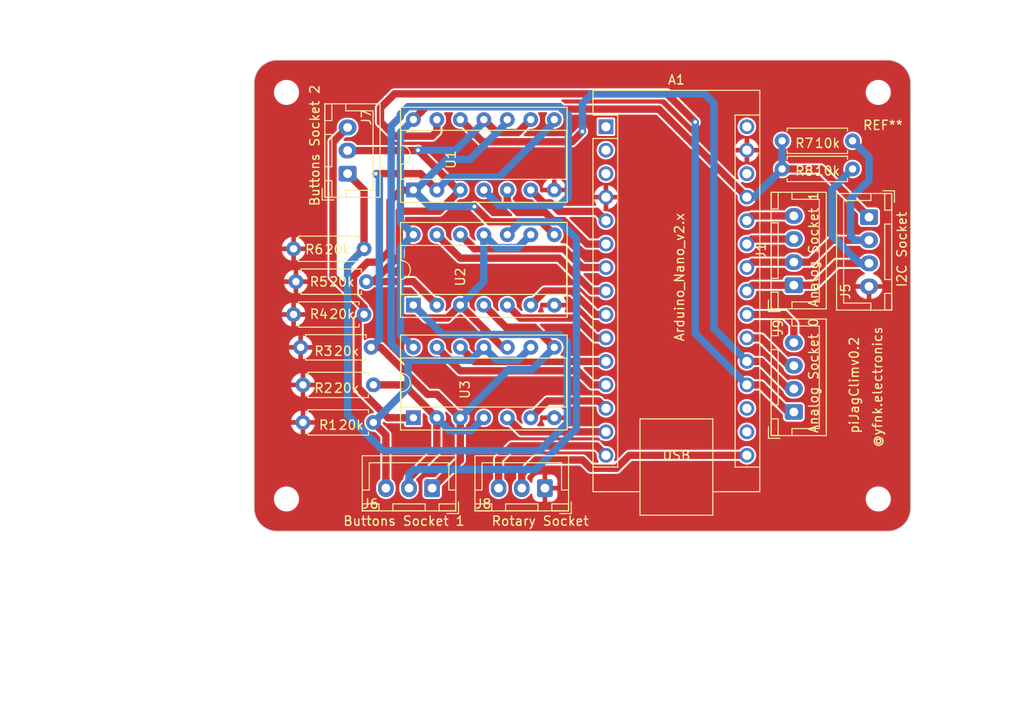
<source format=kicad_pcb>
(kicad_pcb (version 20221018) (generator pcbnew)
  (layers (0 "F.Cu" signal) (31 "B.Cu" signal) (34 "B.Paste" user) (35 "F.Paste" user) (36 "B.SilkS" user "B.Silkscreen") (37 "F.SilkS" user "F.Silkscreen") (38 "B.Mask" user) (39 "F.Mask" user) (44 "Edge.Cuts" user))
  (net 0 "")
  (net 1 "A")
  (net 2 "D")
  (net 4 "11")
  (net 5 "C")
  (net 6 "B")
  (net 7 "A'")
  (net 8 "D'")
  (net 9 "C'")
  (net 10 "B'")
  (net 11 "A''")
  (net 12 "D''")
  (net 13 "C''")
  (net 14 "B''")
  (net 15 "20")
  (net 16 "2")
  (net 21 "Net-(A1-A2)")
  (net 22 "Net-(A1-A3)")
  (net 23 "Net-(A1-A6)")
  (net 24 "Net-(A1-A7)")
  (net 27 "8")
  (net 28 "13")
  (net 29 "14")
  (net 30 "17")
  (net 31 "18")
  (net 32 "19")
  (net 33 "3")
  (net 34 "4")
  (net 35 "5")
  (footprint "Package_DIP:DIP-14_W7.62mm_Socket" (layer "F.Cu") (at 172.72 84.064 90)
    (fp_text reference "U1" (at 3.292 4.064 90) (layer "F.SilkS"))
    (fp_text value "~")
    (pad "1" thru_hole rect (at 0 0 90) (size 1.6 1.6) (drill 0.8) (layers "*.Cu" "*.Mask") (net 35 "5"))
    (pad "2" thru_hole oval (at 0 2.54 90) (size 1.6 1.6) (drill 0.8) (layers "*.Cu" "*.Mask") (net 30 "17"))
    (pad "3" thru_hole oval (at 0 5.08 90) (size 1.6 1.6) (drill 0.8) (layers "*.Cu" "*.Mask") (net 34 "4"))
    (pad "4" thru_hole oval (at 0 7.62 90) (size 1.6 1.6) (drill 0.8) (layers "*.Cu" "*.Mask") (net 32 "19"))
    (pad "5" thru_hole oval (at 0 10.16 90) (size 1.6 1.6) (drill 0.8) (layers "*.Cu" "*.Mask") (net 6 "B"))
    (pad "6" thru_hole oval (at 0 12.7 90) (size 1.6 1.6) (drill 0.8) (layers "*.Cu" "*.Mask") (net 5 "C"))
    (pad "7" thru_hole oval (at 0 15.24 90) (size 1.6 1.6) (drill 0.8) (layers "*.Cu" "*.Mask") (net 4 "11"))
    (pad "8" thru_hole oval (at 7.62 15.24 90) (size 1.6 1.6) (drill 0.8) (layers "*.Cu" "*.Mask") (net 30 "17"))
    (pad "9" thru_hole oval (at 7.62 12.7 90) (size 1.6 1.6) (drill 0.8) (layers "*.Cu" "*.Mask") (net 34 "4"))
    (pad "10" thru_hole oval (at 7.62 10.16 90) (size 1.6 1.6) (drill 0.8) (layers "*.Cu" "*.Mask") (net 35 "5"))
    (pad "11" thru_hole oval (at 7.62 7.62 90) (size 1.6 1.6) (drill 0.8) (layers "*.Cu" "*.Mask") (net 34 "4"))
    (pad "12" thru_hole oval (at 7.62 5.08 90) (size 1.6 1.6) (drill 0.8) (layers "*.Cu" "*.Mask") (net 2 "D"))
    (pad "13" thru_hole oval (at 7.62 2.54 90) (size 1.6 1.6) (drill 0.8) (layers "*.Cu" "*.Mask") (net 1 "A"))
    (pad "14" thru_hole oval (at 7.62 0 90) (size 1.6 1.6) (drill 0.8) (layers "*.Cu" "*.Mask") (net 29 "14"))
  )
  (footprint "Connector_JST:JST_XH_B4B-XH-A_1x04_P2.50mm_Vertical" (layer "F.Cu") (at 213.868 94.368 90)
    (fp_text reference "J1" (at 3.75 -3.55 90) (layer "F.SilkS"))
    (fp_text value "Analog Socket 1" (at 3.868 2.132 90) (layer "F.SilkS"))
    (pad "1" thru_hole roundrect (at 0 0 90) (size 1.7 1.95) (drill 0.95) (layers "*.Cu" "*.Mask") (roundrect_rratio 0.1470588235) (net 28 "13"))
    (pad "2" thru_hole oval (at 2.5 0 90) (size 1.7 1.95) (drill 0.95) (layers "*.Cu" "*.Mask") (net 27 "8"))
    (pad "3" thru_hole oval (at 5 0 90) (size 1.7 1.95) (drill 0.95) (layers "*.Cu" "*.Mask") (net 23 "Net-(A1-A6)"))
    (pad "4" thru_hole oval (at 7.5 0 90) (size 1.7 1.95) (drill 0.95) (layers "*.Cu" "*.Mask") (net 24 "Net-(A1-A7)"))
  )
  (footprint "Resistor_THT:R_Axial_DIN0207_L6.3mm_D2.5mm_P7.62mm_Horizontal" (layer "F.Cu") (at 168.148 101.092 180)
    (fp_text reference "R3" (at 5.148 -0.408) (layer "F.SilkS"))
    (fp_text value "20k" (at 2.648 -0.408) (layer "F.SilkS"))
    (pad "1" thru_hole circle (at 0 0 180) (size 1.6 1.6) (drill 0.8) (layers "*.Cu" "*.Mask") (net 30 "17"))
    (pad "2" thru_hole oval (at 7.62 0 180) (size 1.6 1.6) (drill 0.8) (layers "*.Cu" "*.Mask") (net 4 "11"))
  )
  (footprint "Resistor_THT:R_Axial_DIN0207_L6.3mm_D2.5mm_P7.62mm_Horizontal" (layer "F.Cu") (at 168.402 105.156 180)
    (fp_text reference "R2" (at 5.402 -0.344) (layer "F.SilkS"))
    (fp_text value "20k" (at 2.902 -0.344) (layer "F.SilkS"))
    (pad "1" thru_hole circle (at 0 0 180) (size 1.6 1.6) (drill 0.8) (layers "*.Cu" "*.Mask") (net 31 "18"))
    (pad "2" thru_hole oval (at 7.62 0 180) (size 1.6 1.6) (drill 0.8) (layers "*.Cu" "*.Mask") (net 4 "11"))
  )
  (footprint "Connector_JST:JST_XH_B3B-XH-A_1x03_P2.50mm_Vertical" (layer "F.Cu") (at 165.608 82.296 90)
    (fp_text reference "J7" (at 6.096 2.032 90) (layer "F.SilkS"))
    (fp_text value "Buttons Socket 2" (at 3.048 -3.556 90) (layer "F.SilkS"))
    (pad "1" thru_hole roundrect (at 0 0 90) (size 1.7 1.95) (drill 0.95) (layers "*.Cu" "*.Mask") (roundrect_rratio 0.1470588235) (net 33 "3"))
    (pad "2" thru_hole oval (at 2.5 0 90) (size 1.7 1.95) (drill 0.95) (layers "*.Cu" "*.Mask") (net 34 "4"))
    (pad "3" thru_hole oval (at 5 0 90) (size 1.7 1.95) (drill 0.95) (layers "*.Cu" "*.Mask") (net 35 "5"))
  )
  (footprint "Connector_JST:JST_XH_B4B-XH-A_1x04_P2.50mm_Vertical" (layer "F.Cu") (at 222 87 -90)
    (fp_text reference "J5" (at 8.048 2.54 90) (layer "F.SilkS"))
    (fp_text value "I2C Socket" (at 3.5 -3.556 90) (layer "F.SilkS"))
    (pad "1" thru_hole roundrect (at 0 0 270) (size 1.7 1.95) (drill 0.95) (layers "*.Cu" "*.Mask") (roundrect_rratio 0.1470588235) (net 29 "14"))
    (pad "2" thru_hole oval (at 2.5 0 270) (size 1.7 1.95) (drill 0.95) (layers "*.Cu" "*.Mask") (net 27 "8"))
    (pad "3" thru_hole oval (at 5 0 270) (size 1.7 1.95) (drill 0.95) (layers "*.Cu" "*.Mask") (net 28 "13"))
    (pad "4" thru_hole oval (at 7.5 0 270) (size 1.7 1.95) (drill 0.95) (layers "*.Cu" "*.Mask") (net 4 "11"))
  )
  (footprint "Resistor_THT:R_Axial_DIN0207_L6.3mm_D2.5mm_P7.62mm_Horizontal" (layer "F.Cu") (at 167.386 97.536 180)
    (fp_text reference "R4" (at 4.886 0.036) (layer "F.SilkS"))
    (fp_text value "20k" (at 2.386 0.036) (layer "F.SilkS"))
    (pad "1" thru_hole circle (at 0 0 180) (size 1.6 1.6) (drill 0.8) (layers "*.Cu" "*.Mask") (net 35 "5"))
    (pad "2" thru_hole oval (at 7.62 0 180) (size 1.6 1.6) (drill 0.8) (layers "*.Cu" "*.Mask") (net 4 "11"))
  )
  (footprint "Resistor_THT:R_Axial_DIN0207_L6.3mm_D2.5mm_P7.62mm_Horizontal" (layer "F.Cu") (at 212.598 78.74)
    (fp_text reference "R7" (at 2.402 0.26) (layer "F.SilkS"))
    (fp_text value "10k" (at 4.902 0.26) (layer "F.SilkS"))
    (pad "1" thru_hole circle (at 0 0) (size 1.6 1.6) (drill 0.8) (layers "*.Cu" "*.Mask") (net 29 "14"))
    (pad "2" thru_hole oval (at 7.62 0) (size 1.6 1.6) (drill 0.8) (layers "*.Cu" "*.Mask") (net 27 "8"))
  )
  (footprint "MountingHole:MountingHole_2.2mm_M2" (layer "F.Cu") (at 159 117.5)
    (fp_text reference "REF**" hide)
    (fp_text value "MountingHole_2.2mm_M2")
    (pad "" np_thru_hole circle (at 0 0) (size 2.2 2.2) (drill 2.2) (layers "*.Cu" "*.Mask"))
  )
  (footprint "Package_DIP:DIP-14_W7.62mm_Socket" (layer "F.Cu") (at 172.72 96.52 90)
    (fp_text reference "U2" (at 3.048 5.08 90) (layer "F.SilkS"))
    (fp_text value "~")
    (pad "1" thru_hole rect (at 0 0 90) (size 1.6 1.6) (drill 0.8) (layers "*.Cu" "*.Mask") (net 33 "3"))
    (pad "2" thru_hole oval (at 0 2.54 90) (size 1.6 1.6) (drill 0.8) (layers "*.Cu" "*.Mask") (net 34 "4"))
    (pad "3" thru_hole oval (at 0 5.08 90) (size 1.6 1.6) (drill 0.8) (layers "*.Cu" "*.Mask") (net 33 "3"))
    (pad "4" thru_hole oval (at 0 7.62 90) (size 1.6 1.6) (drill 0.8) (layers "*.Cu" "*.Mask") (net 30 "17"))
    (pad "5" thru_hole oval (at 0 10.16 90) (size 1.6 1.6) (drill 0.8) (layers "*.Cu" "*.Mask") (net 10 "B'"))
    (pad "6" thru_hole oval (at 0 12.7 90) (size 1.6 1.6) (drill 0.8) (layers "*.Cu" "*.Mask") (net 9 "C'"))
    (pad "7" thru_hole oval (at 0 15.24 90) (size 1.6 1.6) (drill 0.8) (layers "*.Cu" "*.Mask") (net 4 "11"))
    (pad "8" thru_hole oval (at 7.62 15.24 90) (size 1.6 1.6) (drill 0.8) (layers "*.Cu" "*.Mask") (net 35 "5"))
    (pad "9" thru_hole oval (at 7.62 12.7 90) (size 1.6 1.6) (drill 0.8) (layers "*.Cu" "*.Mask") (net 33 "3"))
    (pad "10" thru_hole oval (at 7.62 10.16 90) (size 1.6 1.6) (drill 0.8) (layers "*.Cu" "*.Mask") (net 31 "18"))
    (pad "11" thru_hole oval (at 7.62 7.62 90) (size 1.6 1.6) (drill 0.8) (layers "*.Cu" "*.Mask") (net 33 "3"))
    (pad "12" thru_hole oval (at 7.62 5.08 90) (size 1.6 1.6) (drill 0.8) (layers "*.Cu" "*.Mask") (net 8 "D'"))
    (pad "13" thru_hole oval (at 7.62 2.54 90) (size 1.6 1.6) (drill 0.8) (layers "*.Cu" "*.Mask") (net 7 "A'"))
    (pad "14" thru_hole oval (at 7.62 0 90) (size 1.6 1.6) (drill 0.8) (layers "*.Cu" "*.Mask") (net 29 "14"))
  )
  (footprint "MountingHole:MountingHole_2.2mm_M2" (layer "F.Cu") (at 159 73.5)
    (fp_text reference "REF**" hide)
    (fp_text value "MountingHole_2.2mm_M2")
    (pad "" np_thru_hole circle (at 0 0) (size 2.2 2.2) (drill 2.2) (layers "*.Cu" "*.Mask"))
  )
  (footprint "Connector_JST:JST_XH_B4B-XH-A_1x04_P2.50mm_Vertical" (layer "F.Cu") (at 213.868 108.084 90)
    (fp_text reference "J9" (at 9.15 -1.7 90) (layer "F.SilkS"))
    (fp_text value "Analog Socket 0" (at 3.944 2.132 90) (layer "F.SilkS"))
    (pad "1" thru_hole roundrect (at 0 0 90) (size 1.7 1.95) (drill 0.95) (layers "*.Cu" "*.Mask") (roundrect_rratio 0.1470588235) (net 1 "A"))
    (pad "2" thru_hole oval (at 2.5 0 90) (size 1.7 1.95) (drill 0.95) (layers "*.Cu" "*.Mask") (net 2 "D"))
    (pad "3" thru_hole oval (at 5 0 90) (size 1.7 1.95) (drill 0.95) (layers "*.Cu" "*.Mask") (net 21 "Net-(A1-A2)"))
    (pad "4" thru_hole oval (at 7.5 0 90) (size 1.7 1.95) (drill 0.95) (layers "*.Cu" "*.Mask") (net 22 "Net-(A1-A3)"))
  )
  (footprint "Module:Arduino_Nano" (layer "F.Cu") (at 193.548 77.216)
    (fp_text reference "A1" (at 7.62 -5.08) (layer "F.SilkS"))
    (fp_text value "Arduino_Nano_v2.x" (at 7.952 16.284 90) (layer "F.SilkS"))
    (fp_text user "USB" (at 7.62 35.56 unlocked) (layer "F.SilkS"))
    (pad "1" thru_hole rect (at 0 0) (size 1.6 1.6) (drill 1) (layers "*.Cu" "*.Mask"))
    (pad "2" thru_hole oval (at 0 2.54) (size 1.6 1.6) (drill 1) (layers "*.Cu" "*.Mask"))
    (pad "3" thru_hole oval (at 0 5.08) (size 1.6 1.6) (drill 1) (layers "*.Cu" "*.Mask"))
    (pad "4" thru_hole oval (at 0 7.62) (size 1.6 1.6) (drill 1) (layers "*.Cu" "*.Mask") (net 4 "11"))
    (pad "5" thru_hole oval (at 0 10.16) (size 1.6 1.6) (drill 1) (layers "*.Cu" "*.Mask") (net 5 "C"))
    (pad "6" thru_hole oval (at 0 12.7) (size 1.6 1.6) (drill 1) (layers "*.Cu" "*.Mask") (net 6 "B"))
    (pad "7" thru_hole oval (at 0 15.24) (size 1.6 1.6) (drill 1) (layers "*.Cu" "*.Mask") (net 8 "D'"))
    (pad "8" thru_hole oval (at 0 17.78) (size 1.6 1.6) (drill 1) (layers "*.Cu" "*.Mask") (net 7 "A'"))
    (pad "9" thru_hole oval (at 0 20.32) (size 1.6 1.6) (drill 1) (layers "*.Cu" "*.Mask") (net 9 "C'"))
    (pad "10" thru_hole oval (at 0 22.86) (size 1.6 1.6) (drill 1) (layers "*.Cu" "*.Mask") (net 10 "B'"))
    (pad "11" thru_hole oval (at 0 25.4) (size 1.6 1.6) (drill 1) (layers "*.Cu" "*.Mask") (net 12 "D''"))
    (pad "12" thru_hole oval (at 0 27.94) (size 1.6 1.6) (drill 1) (layers "*.Cu" "*.Mask") (net 11 "A''"))
    (pad "13" thru_hole oval (at 0 30.48) (size 1.6 1.6) (drill 1) (layers "*.Cu" "*.Mask") (net 13 "C''"))
    (pad "14" thru_hole oval (at 0 33.02) (size 1.6 1.6) (drill 1) (layers "*.Cu" "*.Mask") (net 14 "B''"))
    (pad "15" thru_hole oval (at 0 35.56) (size 1.6 1.6) (drill 1) (layers "*.Cu" "*.Mask") (net 15 "20"))
    (pad "16" thru_hole oval (at 15.24 35.56) (size 1.6 1.6) (drill 1) (layers "*.Cu" "*.Mask") (net 16 "2"))
    (pad "17" thru_hole oval (at 15.24 33.02) (size 1.6 1.6) (drill 1) (layers "*.Cu" "*.Mask"))
    (pad "18" thru_hole oval (at 15.24 30.48) (size 1.6 1.6) (drill 1) (layers "*.Cu" "*.Mask"))
    (pad "19" thru_hole oval (at 15.24 27.94) (size 1.6 1.6) (drill 1) (layers "*.Cu" "*.Mask") (net 1 "A"))
    (pad "20" thru_hole oval (at 15.24 25.4) (size 1.6 1.6) (drill 1) (layers "*.Cu" "*.Mask") (net 2 "D"))
    (pad "21" thru_hole oval (at 15.24 22.86) (size 1.6 1.6) (drill 1) (layers "*.Cu" "*.Mask") (net 21 "Net-(A1-A2)"))
    (pad "22" thru_hole oval (at 15.24 20.32) (size 1.6 1.6) (drill 1) (layers "*.Cu" "*.Mask") (net 22 "Net-(A1-A3)"))
    (pad "23" thru_hole oval (at 15.24 17.78) (size 1.6 1.6) (drill 1) (layers "*.Cu" "*.Mask") (net 28 "13"))
    (pad "24" thru_hole oval (at 15.24 15.24) (size 1.6 1.6) (drill 1) (layers "*.Cu" "*.Mask") (net 27 "8"))
    (pad "25" thru_hole oval (at 15.24 12.7) (size 1.6 1.6) (drill 1) (layers "*.Cu" "*.Mask") (net 23 "Net-(A1-A6)"))
    (pad "26" thru_hole oval (at 15.24 10.16) (size 1.6 1.6) (drill 1) (layers "*.Cu" "*.Mask") (net 24 "Net-(A1-A7)"))
    (pad "27" thru_hole oval (at 15.24 7.62) (size 1.6 1.6) (drill 1) (layers "*.Cu" "*.Mask") (net 29 "14"))
    (pad "28" thru_hole oval (at 15.24 5.08) (size 1.6 1.6) (drill 1) (layers "*.Cu" "*.Mask"))
    (pad "29" thru_hole oval (at 15.24 2.54) (size 1.6 1.6) (drill 1) (layers "*.Cu" "*.Mask") (net 4 "11"))
    (pad "30" thru_hole oval (at 15.24 0) (size 1.6 1.6) (drill 1) (layers "*.Cu" "*.Mask"))
  )
  (footprint "MountingHole:MountingHole_2.2mm_M2" (layer "F.Cu") (at 223 117.5)
    (fp_text reference "REF**" hide)
    (fp_text value "MountingHole_2.2mm_M2")
    (pad "" np_thru_hole circle (at 0 0) (size 2.2 2.2) (drill 2.2) (layers "*.Cu" "*.Mask"))
  )
  (footprint "Resistor_THT:R_Axial_DIN0207_L6.3mm_D2.5mm_P7.62mm_Horizontal" (layer "F.Cu") (at 167.386 90.424 180)
    (fp_text reference "R6" (at 5.386 -0.076) (layer "F.SilkS"))
    (fp_text value "20k" (at 2.886 -0.076) (layer "F.SilkS"))
    (pad "1" thru_hole circle (at 0 0 180) (size 1.6 1.6) (drill 0.8) (layers "*.Cu" "*.Mask") (net 33 "3"))
    (pad "2" thru_hole oval (at 7.62 0 180) (size 1.6 1.6) (drill 0.8) (layers "*.Cu" "*.Mask") (net 4 "11"))
  )
  (footprint "Resistor_THT:R_Axial_DIN0207_L6.3mm_D2.5mm_P7.62mm_Horizontal" (layer "F.Cu") (at 168.402 109.22 180)
    (fp_text reference "R1" (at 4.902 -0.28) (layer "F.SilkS"))
    (fp_text value "20k" (at 2.402 -0.28) (layer "F.SilkS"))
    (pad "1" thru_hole circle (at 0 0 180) (size 1.6 1.6) (drill 0.8) (layers "*.Cu" "*.Mask") (net 32 "19"))
    (pad "2" thru_hole oval (at 7.62 0 180) (size 1.6 1.6) (drill 0.8) (layers "*.Cu" "*.Mask") (net 4 "11"))
  )
  (footprint "Resistor_THT:R_Axial_DIN0207_L6.3mm_D2.5mm_P7.62mm_Horizontal" (layer "F.Cu") (at 167.64 93.98 180)
    (fp_text reference "R5" (at 5.14 -0.02) (layer "F.SilkS"))
    (fp_text value "20k" (at 2.64 -0.02) (layer "F.SilkS"))
    (pad "1" thru_hole circle (at 0 0 180) (size 1.6 1.6) (drill 0.8) (layers "*.Cu" "*.Mask") (net 34 "4"))
    (pad "2" thru_hole oval (at 7.62 0 180) (size 1.6 1.6) (drill 0.8) (layers "*.Cu" "*.Mask") (net 4 "11"))
  )
  (footprint "MountingHole:MountingHole_2.2mm_M2" (layer "F.Cu") (at 223 73.5)
    (fp_text reference "REF**" (at 0.508 3.556) (layer "F.SilkS"))
    (fp_text value "MountingHole_2.2mm_M2")
    (pad "" np_thru_hole circle (at 0 0) (size 2.2 2.2) (drill 2.2) (layers "*.Cu" "*.Mask"))
  )
  (footprint "Package_DIP:DIP-14_W7.62mm_Socket" (layer "F.Cu") (at 172.72 108.712 90)
    (fp_text reference "U3" (at 3.048 5.588 90) (layer "F.SilkS"))
    (fp_text value "~")
    (pad "1" thru_hole rect (at 0 0 90) (size 1.6 1.6) (drill 0.8) (layers "*.Cu" "*.Mask") (net 35 "5"))
    (pad "2" thru_hole oval (at 0 2.54 90) (size 1.6 1.6) (drill 0.8) (layers "*.Cu" "*.Mask") (net 31 "18"))
    (pad "3" thru_hole oval (at 0 5.08 90) (size 1.6 1.6) (drill 0.8) (layers "*.Cu" "*.Mask") (net 30 "17"))
    (pad "4" thru_hole oval (at 0 7.62 90) (size 1.6 1.6) (drill 0.8) (layers "*.Cu" "*.Mask") (net 31 "18"))
    (pad "5" thru_hole oval (at 0 10.16 90) (size 1.6 1.6) (drill 0.8) (layers "*.Cu" "*.Mask") (net 14 "B''"))
    (pad "6" thru_hole oval (at 0 12.7 90) (size 1.6 1.6) (drill 0.8) (layers "*.Cu" "*.Mask") (net 13 "C''"))
    (pad "7" thru_hole oval (at 0 15.24 90) (size 1.6 1.6) (drill 0.8) (layers "*.Cu" "*.Mask") (net 4 "11"))
    (pad "8" thru_hole oval (at 7.62 15.24 90) (size 1.6 1.6) (drill 0.8) (layers "*.Cu" "*.Mask") (net 30 "17"))
    (pad "9" thru_hole oval (at 7.62 12.7 90) (size 1.6 1.6) (drill 0.8) (layers "*.Cu" "*.Mask") (net 32 "19"))
    (pad "10" thru_hole oval (at 7.62 10.16 90) (size 1.6 1.6) (drill 0.8) (layers "*.Cu" "*.Mask") (net 33 "3"))
    (pad "11" thru_hole oval (at 7.62 7.62 90) (size 1.6 1.6) (drill 0.8) (layers "*.Cu" "*.Mask") (net 32 "19"))
    (pad "12" thru_hole oval (at 7.62 5.08 90) (size 1.6 1.6) (drill 0.8) (layers "*.Cu" "*.Mask") (net 12 "D''"))
    (pad "13" thru_hole oval (at 7.62 2.54 90) (size 1.6 1.6) (drill 0.8) (layers "*.Cu" "*.Mask") (net 11 "A''"))
    (pad "14" thru_hole oval (at 7.62 0 90) (size 1.6 1.6) (drill 0.8) (layers "*.Cu" "*.Mask") (net 29 "14"))
  )
  (footprint "Connector_JST:JST_XH_B3B-XH-A_1x03_P2.50mm_Vertical" (layer "F.Cu") (at 186.944 116.332 180)
    (fp_text reference "J8" (at 6.65 -1.7) (layer "F.SilkS"))
    (fp_text value "Rotary Socket" (at 0.508 -3.556) (layer "F.SilkS"))
    (pad "1" thru_hole roundrect (at 0 0 180) (size 1.7 1.95) (drill 0.95) (layers "*.Cu" "*.Mask") (roundrect_rratio 0.1470588235) (net 4 "11"))
    (pad "2" thru_hole oval (at 2.5 0 180) (size 1.7 1.95) (drill 0.95) (layers "*.Cu" "*.Mask") (net 16 "2"))
    (pad "3" thru_hole oval (at 5 0 180) (size 1.7 1.95) (drill 0.95) (layers "*.Cu" "*.Mask") (net 15 "20"))
  )
  (footprint "Resistor_THT:R_Axial_DIN0207_L6.3mm_D2.5mm_P7.62mm_Horizontal" (layer "F.Cu") (at 212.598 81.788)
    (fp_text reference "R8" (at 2.402 0.212) (layer "F.SilkS"))
    (fp_text value "10k" (at 4.902 0.212) (layer "F.SilkS"))
    (pad "1" thru_hole circle (at 0 0) (size 1.6 1.6) (drill 0.8) (layers "*.Cu" "*.Mask") (net 29 "14"))
    (pad "2" thru_hole oval (at 7.62 0) (size 1.6 1.6) (drill 0.8) (layers "*.Cu" "*.Mask") (net 28 "13"))
  )
  (footprint "Connector_JST:JST_XH_B3B-XH-A_1x03_P2.50mm_Vertical" (layer "F.Cu") (at 174.752 116.332 180)
    (fp_text reference "J6" (at 6.65 -1.7) (layer "F.SilkS"))
    (fp_text value "Buttons Socket 1" (at 3.048 -3.556) (layer "F.SilkS"))
    (pad "1" thru_hole roundrect (at 0 0 180) (size 1.7 1.95) (drill 0.95) (layers "*.Cu" "*.Mask") (roundrect_rratio 0.1470588235) (net 30 "17"))
    (pad "2" thru_hole oval (at 2.5 0 180) (size 1.7 1.95) (drill 0.95) (layers "*.Cu" "*.Mask") (net 31 "18"))
    (pad "3" thru_hole oval (at 5 0 180) (size 1.7 1.95) (drill 0.95) (layers "*.Cu" "*.Mask") (net 32 "19"))
  )
  (gr_arc (start 226.5 118.5) (mid 225.767767 120.267767) (end 224 121) (stroke (width 0.1)) (layer "Edge.Cuts"))
  (gr_line (start 158 70) (end 224 70) (stroke (width 0.1)) (layer "Edge.Cuts"))
  (gr_line (start 224 121) (end 158 121) (stroke (width 0.1)) (layer "Edge.Cuts"))
  (gr_line (start 155.5 118.5) (end 155.5 72.5) (stroke (width 0.1)) (layer "Edge.Cuts"))
  (gr_arc (start 158 121) (mid 156.232233 120.267767) (end 155.5 118.5) (stroke (width 0.1)) (layer "Edge.Cuts"))
  (gr_arc (start 224 70) (mid 225.767767 70.732233) (end 226.5 72.5) (stroke (width 0.1)) (layer "Edge.Cuts"))
  (gr_line (start 226.5 118.5) (end 226.5 72.5) (stroke (width 0.1)) (layer "Edge.Cuts"))
  (gr_arc (start 155.5 72.5) (mid 156.232233 70.732233) (end 158 70) (stroke (width 0.1)) (layer "Edge.Cuts"))
  (gr_text "@yfnk.electronics" (at 223.5 112 90) (layer "F.SilkS") (effects (font (size 1 1)) (justify left bottom)))
  (gr_text "piJagClimv0.2" (at 220.98 110.5 90) (layer "F.SilkS") (effects (font (size 1 1)) (justify left bottom)))
  (segment (start 174.752 78.232) (end 170.688 78.232) (width 0.8) (layer "F.Cu") (net 1))
  (segment (start 213.868 108.084) (end 213.24 108.084) (width 0.8) (layer "F.Cu") (net 1))
  (segment (start 169.164 75.184) (end 170.688 73.66) (width 0.8) (layer "F.Cu") (net 1))
  (segment (start 175.26 76.444) (end 175.26 77.724) (width 0.8) (layer "F.Cu") (net 1))
  (segment (start 200.152 73.66) (end 203.2 76.708) (width 0.8) (layer "F.Cu") (net 1))
  (segment (start 170.688 73.66) (end 200.152 73.66) (width 0.8) (layer "F.Cu") (net 1))
  (segment (start 175.26 77.724) (end 174.752 78.232) (width 0.8) (layer "F.Cu") (net 1))
  (segment (start 213.24 108.084) (end 210.312 105.156) (width 0.8) (layer "F.Cu") (net 1))
  (segment (start 169.164 76.708) (end 169.164 75.184) (width 0.8) (layer "F.Cu") (net 1))
  (segment (start 210.312 105.156) (end 208.788 105.156) (width 0.8) (layer "F.Cu") (net 1))
  (segment (start 170.688 78.232) (end 169.164 76.708) (width 0.8) (layer "F.Cu") (net 1))
  (via (at 203.2 76.708) (size 0.8) (drill 0.4) (layers "F.Cu" "B.Cu") (net 1))
  (segment (start 203.2 99.568) (end 208.788 105.156) (width 0.8) (layer "B.Cu") (net 1))
  (segment (start 203.2 76.708) (end 203.2 99.568) (width 0.8) (layer "B.Cu") (net 1))
  (segment (start 213.868 105.584) (end 213.28 105.584) (width 0.8) (layer "F.Cu") (net 2))
  (segment (start 189.888 78.844) (end 191.008 77.724) (width 0.8) (layer "F.Cu") (net 2))
  (segment (start 177.8 76.444) (end 180.2 78.844) (width 0.8) (layer "F.Cu") (net 2))
  (segment (start 213.28 105.584) (end 210.312 102.616) (width 0.8) (layer "F.Cu") (net 2))
  (segment (start 210.312 102.616) (end 208.788 102.616) (width 0.8) (layer "F.Cu") (net 2))
  (segment (start 180.2 78.844) (end 189.888 78.844) (width 0.8) (layer "F.Cu") (net 2))
  (via (at 191.008 77.724) (size 0.8) (drill 0.4) (layers "F.Cu" "B.Cu") (net 2))
  (segment (start 205.232 99.06) (end 208.788 102.616) (width 0.8) (layer "B.Cu") (net 2))
  (segment (start 205.232 74.676) (end 205.232 99.06) (width 0.8) (layer "B.Cu") (net 2))
  (segment (start 191.008 74.676) (end 192.024 73.66) (width 0.8) (layer "B.Cu") (net 2))
  (segment (start 192.024 73.66) (end 204.216 73.66) (width 0.8) (layer "B.Cu") (net 2))
  (segment (start 191.008 77.724) (end 191.008 74.676) (width 0.8) (layer "B.Cu") (net 2))
  (segment (start 204.216 73.66) (end 205.232 74.676) (width 0.8) (layer "B.Cu") (net 2))
  (segment (start 185.42 84.064) (end 186.82 85.464) (width 0.8) (layer "F.Cu") (net 5))
  (segment (start 192.548 86.376) (end 193.548 87.376) (width 0.8) (layer "F.Cu") (net 5))
  (segment (start 186.82 85.464) (end 187.572 85.464) (width 0.8) (layer "F.Cu") (net 5))
  (segment (start 188.484 86.376) (end 192.548 86.376) (width 0.8) (layer "F.Cu") (net 5))
  (segment (start 187.572 85.464) (end 188.484 86.376) (width 0.8) (layer "F.Cu") (net 5))
  (segment (start 193.548 89.916) (end 191.516 89.916) (width 0.8) (layer "F.Cu") (net 6))
  (segment (start 184.036 86.5) (end 182.88 85.344) (width 0.8) (layer "F.Cu") (net 6))
  (segment (start 182.88 85.344) (end 182.88 84.064) (width 0.8) (layer "F.Cu") (net 6))
  (segment (start 187.850214 87.376) (end 186.974214 86.5) (width 0.8) (layer "F.Cu") (net 6))
  (segment (start 191.516 89.916) (end 188.976 87.376) (width 0.8) (layer "F.Cu") (net 6))
  (segment (start 186.974214 86.5) (end 184.036 86.5) (width 0.8) (layer "F.Cu") (net 6))
  (segment (start 188.976 87.376) (end 187.850214 87.376) (width 0.8) (layer "F.Cu") (net 6))
  (segment (start 193.548 94.996) (end 192.024 94.996) (width 0.8) (layer "F.Cu") (net 7))
  (segment (start 188.468 91.44) (end 177.8 91.44) (width 0.8) (layer "F.Cu") (net 7))
  (segment (start 177.8 91.44) (end 175.26 88.9) (width 0.8) (layer "F.Cu") (net 7))
  (segment (start 192.024 94.996) (end 188.468 91.44) (width 0.8) (layer "F.Cu") (net 7))
  (segment (start 188.976 90.424) (end 179.324 90.424) (width 0.8) (layer "F.Cu") (net 8))
  (segment (start 191.008 92.456) (end 188.976 90.424) (width 0.8) (layer "F.Cu") (net 8))
  (segment (start 193.548 92.456) (end 191.008 92.456) (width 0.8) (layer "F.Cu") (net 8))
  (segment (start 179.324 90.424) (end 177.8 88.9) (width 0.8) (layer "F.Cu") (net 8))
  (segment (start 186.944 94.996) (end 185.42 96.52) (width 0.8) (layer "F.Cu") (net 9))
  (segment (start 193.548 97.536) (end 192.41663 97.536) (width 0.8) (layer "F.Cu") (net 9))
  (segment (start 189.87663 94.996) (end 186.944 94.996) (width 0.8) (layer "F.Cu") (net 9))
  (segment (start 192.41663 97.536) (end 189.87663 94.996) (width 0.8) (layer "F.Cu") (net 9))
  (segment (start 193.548 100.076) (end 192.41663 100.076) (width 0.8) (layer "F.Cu") (net 10))
  (segment (start 190.26063 97.92) (end 184.28 97.92) (width 0.8) (layer "F.Cu") (net 10))
  (segment (start 192.41663 100.076) (end 190.26063 97.92) (width 0.8) (layer "F.Cu") (net 10))
  (segment (start 184.28 97.92) (end 182.88 96.52) (width 0.8) (layer "F.Cu") (net 10))
  (segment (start 190.5 103.632) (end 177.8 103.632) (width 0.8) (layer "F.Cu") (net 11))
  (segment (start 193.548 105.156) (end 192.024 105.156) (width 0.8) (layer "F.Cu") (net 11))
  (segment (start 177.8 103.632) (end 175.26 101.092) (width 0.8) (layer "F.Cu") (net 11))
  (segment (start 192.024 105.156) (end 190.5 103.632) (width 0.8) (layer "F.Cu") (net 11))
  (segment (start 193.548 102.616) (end 179.324 102.616) (width 0.8) (layer "F.Cu") (net 12))
  (segment (start 179.324 102.616) (end 177.8 101.092) (width 0.8) (layer "F.Cu") (net 12))
  (segment (start 187.235999 106.896001) (end 185.42 108.712) (width 0.8) (layer "F.Cu") (net 13))
  (segment (start 193.548 107.696) (end 192.748001 106.896001) (width 0.8) (layer "F.Cu") (net 13))
  (segment (start 192.748001 106.896001) (end 187.235999 106.896001) (width 0.8) (layer "F.Cu") (net 13))
  (segment (start 184.404 110.236) (end 182.88 108.712) (width 0.8) (layer "F.Cu") (net 14))
  (segment (start 193.548 110.236) (end 184.404 110.236) (width 0.8) (layer "F.Cu") (net 14))
  (segment (start 183.388 111.76) (end 192.532 111.76) (width 0.8) (layer "F.Cu") (net 15))
  (segment (start 181.944 116.332) (end 181.944 113.204) (width 0.8) (layer "F.Cu") (net 15))
  (segment (start 181.944 113.204) (end 183.388 111.76) (width 0.8) (layer "F.Cu") (net 15))
  (segment (start 192.532 111.76) (end 193.548 112.776) (width 0.8) (layer "F.Cu") (net 15))
  (segment (start 191.9 114.176) (end 194.688 114.176) (width 0.8) (layer "F.Cu") (net 16))
  (segment (start 185.967 113.284) (end 191.008 113.284) (width 0.8) (layer "F.Cu") (net 16))
  (segment (start 184.444 116.332) (end 184.444 114.807) (width 0.8) (layer "F.Cu") (net 16))
  (segment (start 191.008 113.284) (end 191.9 114.176) (width 0.8) (layer "F.Cu") (net 16))
  (segment (start 194.688 114.176) (end 196.088 112.776) (width 0.8) (layer "F.Cu") (net 16))
  (segment (start 184.444 114.807) (end 185.967 113.284) (width 0.8) (layer "F.Cu") (net 16))
  (segment (start 196.088 112.776) (end 208.788 112.776) (width 0.8) (layer "F.Cu") (net 16))
  (segment (start 213.32 103.084) (end 210.312 100.076) (width 0.8) (layer "F.Cu") (net 21))
  (segment (start 210.312 100.076) (end 208.788 100.076) (width 0.8) (layer "F.Cu") (net 21))
  (segment (start 213.868 103.084) (end 213.32 103.084) (width 0.8) (layer "F.Cu") (net 21))
  (segment (start 212.852 97.536) (end 208.788 97.536) (width 0.8) (layer "F.Cu") (net 22))
  (segment (start 213.868 100.584) (end 213.868 98.552) (width 0.8) (layer "F.Cu") (net 22))
  (segment (start 213.868 98.552) (end 212.852 97.536) (width 0.8) (layer "F.Cu") (net 22))
  (segment (start 209.336 89.368) (end 208.788 89.916) (width 0.8) (layer "F.Cu") (net 23))
  (segment (start 213.868 89.368) (end 209.336 89.368) (width 0.8) (layer "F.Cu") (net 23))
  (segment (start 209.296 86.868) (end 208.788 87.376) (width 0.8) (layer "F.Cu") (net 24))
  (segment (start 213.868 86.868) (end 209.296 86.868) (width 0.8) (layer "F.Cu") (net 24))
  (segment (start 218 89.5) (end 222 89.5) (width 0.8) (layer "F.Cu") (net 27))
  (segment (start 209.376 91.868) (end 208.788 92.456) (width 0.8) (layer "F.Cu") (net 27))
  (segment (start 213.868 91.868) (end 209.376 91.868) (width 0.8) (layer "F.Cu") (net 27))
  (segment (start 213.868 91.868) (end 215.632 91.868) (width 0.8) (layer "F.Cu") (net 27))
  (segment (start 215.632 91.868) (end 218 89.5) (width 0.8) (layer "F.Cu") (net 27))
  (segment (start 220.475 89.5) (end 220 89.025) (width 0.8) (layer "B.Cu") (net 27))
  (segment (start 222 89.5) (end 220.475 89.5) (width 0.8) (layer "B.Cu") (net 27))
  (segment (start 220 85) (end 222 83) (width 0.8) (layer "B.Cu") (net 27))
  (segment (start 220 89.025) (end 220 85) (width 0.8) (layer "B.Cu") (net 27))
  (segment (start 222 83) (end 222 80.522) (width 0.8) (layer "B.Cu") (net 27))
  (segment (start 222 80.522) (end 220.218 78.74) (width 0.8) (layer "B.Cu") (net 27))
  (segment (start 218.5 92) (end 222 92) (width 0.8) (layer "F.Cu") (net 28))
  (segment (start 216.132 94.368) (end 218.5 92) (width 0.8) (layer "F.Cu") (net 28))
  (segment (start 213.868 94.368) (end 216.132 94.368) (width 0.8) (layer "F.Cu") (net 28))
  (segment (start 209.416 94.368) (end 208.788 94.996) (width 0.8) (layer "F.Cu") (net 28))
  (segment (start 213.868 94.368) (end 209.416 94.368) (width 0.8) (layer "F.Cu") (net 28))
  (segment (start 218 89) (end 218 84.006) (width 0.8) (layer "B.Cu") (net 28))
  (segment (start 218 84.006) (end 220.218 81.788) (width 0.8) (layer "B.Cu") (net 28))
  (segment (start 221 92) (end 218 89) (width 0.8) (layer "B.Cu") (net 28))
  (segment (start 222 92) (end 221 92) (width 0.8) (layer "B.Cu") (net 28))
  (segment (start 199.26 75.308) (end 188.803899 75.308) (width 0.8) (layer "F.Cu") (net 29))
  (segment (start 222 87) (end 216.788 81.788) (width 0.8) (layer "F.Cu") (net 29))
  (segment (start 188.803899 75.308) (end 188.539899 75.044) (width 0.8) (layer "F.Cu") (net 29))
  (segment (start 208.788 84.836) (end 199.26 75.308) (width 0.8) (layer "F.Cu") (net 29))
  (segment (start 174.12 75.044) (end 172.72 76.444) (width 0.8) (layer "F.Cu") (net 29))
  (segment (start 188.539899 75.044) (end 174.12 75.044) (width 0.8) (layer "F.Cu") (net 29))
  (segment (start 216.788 81.788) (end 212.598 81.788) (width 0.8) (layer "F.Cu") (net 29))
  (segment (start 171.32 99.692) (end 172.72 101.092) (width 0.8) (layer "B.Cu") (net 29))
  (segment (start 171.32 90.3) (end 171.32 99.692) (width 0.8) (layer "B.Cu") (net 29))
  (segment (start 209.55 84.836) (end 212.598 81.788) (width 0.8) (layer "B.Cu") (net 29))
  (segment (start 172.72 76.444) (end 171.32 77.844) (width 0.8) (layer "B.Cu") (net 29))
  (segment (start 171.32 77.844) (end 171.32 87.5) (width 0.8) (layer "B.Cu") (net 29))
  (segment (start 172.72 88.9) (end 171.32 90.3) (width 0.8) (layer "B.Cu") (net 29))
  (segment (start 208.788 84.836) (end 209.55 84.836) (width 0.8) (layer "B.Cu") (net 29))
  (segment (start 171.32 87.5) (end 172.72 88.9) (width 0.8) (layer "B.Cu") (net 29))
  (segment (start 212.598 78.74) (end 212.598 81.788) (width 0.8) (layer "B.Cu") (net 29))
  (segment (start 175.26 84.064) (end 173.492 82.296) (width 0.8) (layer "F.Cu") (net 30))
  (segment (start 187.96 101.092) (end 185.788 98.92) (width 0.8) (layer "F.Cu") (net 30))
  (segment (start 168.148 101.092) (end 169.164 101.092) (width 0.8) (layer "F.Cu") (net 30))
  (segment (start 174.244 106.172) (end 175.26 106.172) (width 0.8) (layer "F.Cu") (net 30))
  (segment (start 182.74 98.92) (end 180.34 96.52) (width 0.8) (layer "F.Cu") (net 30))
  (segment (start 174.752 116.332) (end 177.8 113.284) (width 0.8) (layer "F.Cu") (net 30))
  (segment (start 169.164 101.092) (end 174.244 106.172) (width 0.8) (layer "F.Cu") (net 30))
  (segment (start 185.788 98.92) (end 182.74 98.92) (width 0.8) (layer "F.Cu") (net 30))
  (segment (start 177.8 113.284) (end 177.8 108.712) (width 0.8) (layer "F.Cu") (net 30))
  (segment (start 173.492 82.296) (end 168.656 82.296) (width 0.8) (layer "F.Cu") (net 30))
  (segment (start 175.26 106.172) (end 177.8 108.712) (width 0.8) (layer "F.Cu") (net 30))
  (via (at 168.656 82.296) (size 0.8) (drill 0.4) (layers "F.Cu" "B.Cu") (net 30))
  (segment (start 187.96 76.444) (end 187.96 76.708) (width 0.8) (layer "B.Cu") (net 30))
  (segment (start 169.04 82.68) (end 169.04 100.2) (width 0.8) (layer "B.Cu") (net 30))
  (segment (start 169.04 100.2) (end 168.148 101.092) (width 0.8) (layer "B.Cu") (net 30))
  (segment (start 185.56 103.492) (end 187.96 101.092) (width 0.8) (layer "B.Cu") (net 30))
  (segment (start 177.8 108.712) (end 183.02 103.492) (width 0.8) (layer "B.Cu") (net 30))
  (segment (start 187.96 76.708) (end 182.004 82.664) (width 0.8) (layer "B.Cu") (net 30))
  (segment (start 176.66 82.664) (end 175.26 84.064) (width 0.8) (layer "B.Cu") (net 30))
  (segment (start 183.02 103.492) (end 185.56 103.492) (width 0.8) (layer "B.Cu") (net 30))
  (segment (start 182.004 82.664) (end 181.476 82.664) (width 0.8) (layer "B.Cu") (net 30))
  (segment (start 181.476 82.664) (end 176.66 82.664) (width 0.8) (layer "B.Cu") (net 30))
  (segment (start 168.656 82.296) (end 169.04 82.68) (width 0.8) (layer "B.Cu") (net 30))
  (segment (start 168.402 105.156) (end 171.704 105.156) (width 0.8) (layer "F.Cu") (net 31))
  (segment (start 171.704 105.156) (end 175.26 108.712) (width 0.8) (layer "F.Cu") (net 31))
  (segment (start 172.252 115.276) (end 175.26 112.268) (width 0.8) (layer "F.Cu") (net 31))
  (segment (start 172.252 116.332) (end 172.252 115.276) (width 0.8) (layer "F.Cu") (net 31))
  (segment (start 175.26 112.268) (end 175.26 108.712) (width 0.8) (layer "F.Cu") (net 31))
  (segment (start 185.928 114.3) (end 172.759 114.3) (width 0.8) (layer "B.Cu") (net 31))
  (segment (start 184.28 87.5) (end 188.539899 87.5) (width 0.8) (layer "B.Cu") (net 31))
  (segment (start 172.252 114.807) (end 172.252 116.332) (width 0.8) (layer "B.Cu") (net 31))
  (segment (start 178.94 110.112) (end 180.34 108.712) (width 0.8) (layer "B.Cu") (net 31))
  (segment (start 175.26 108.712) (end 176.66 110.112) (width 0.8) (layer "B.Cu") (net 31))
  (segment (start 172.759 114.3) (end 172.252 114.807) (width 0.8) (layer "B.Cu") (net 31))
  (segment (start 176.66 110.112) (end 178.94 110.112) (width 0.8) (layer "B.Cu") (net 31))
  (segment (start 182.88 88.9) (end 184.28 87.5) (width 0.8) (layer "B.Cu") (net 31))
  (segment (start 190.36 89.320101) (end 190.36 109.868) (width 0.8) (layer "B.Cu") (net 31))
  (segment (start 188.539899 87.5) (end 190.36 89.320101) (width 0.8) (layer "B.Cu") (net 31))
  (segment (start 190.36 109.868) (end 185.928 114.3) (width 0.8) (layer "B.Cu") (net 31))
  (segment (start 169.752 116.332) (end 169.752 110.57) (width 0.8) (layer "F.Cu") (net 32))
  (segment (start 169.752 110.57) (end 168.402 109.22) (width 0.8) (layer "F.Cu") (net 32))
  (segment (start 170.32 100.671899) (end 170.32 77.128101) (width 0.8) (layer "B.Cu") (net 32))
  (segment (start 181.74 102.492) (end 184.02 102.492) (width 0.8) (layer "B.Cu") (net 32))
  (segment (start 178.94 102.492) (end 172.140101 102.492) (width 0.8) (layer "B.Cu") (net 32))
  (segment (start 189.484 84.783899) (end 188.539899 85.728) (width 0.8) (layer "B.Cu") (net 32))
  (segment (start 189.484 75.988101) (end 189.484 84.783899) (width 0.8) (layer "B.Cu") (net 32))
  (segment (start 188.539899 85.728) (end 182.004 85.728) (width 0.8) (layer "B.Cu") (net 32))
  (segment (start 168.402 109.22) (end 172.140101 105.481899) (width 0.8) (layer "B.Cu") (net 32))
  (segment (start 172.140101 102.492) (end 170.32 100.671899) (width 0.8) (layer "B.Cu") (net 32))
  (segment (start 184.02 102.492) (end 185.42 101.092) (width 0.8) (layer "B.Cu") (net 32))
  (segment (start 180.34 101.092) (end 181.74 102.492) (width 0.8) (layer "B.Cu") (net 32))
  (segment (start 170.32 77.128101) (end 171.32 76.128101) (width 0.8) (layer "B.Cu") (net 32))
  (segment (start 182.004 85.728) (end 180.34 84.064) (width 0.8) (layer "B.Cu") (net 32))
  (segment (start 171.32 76.128101) (end 171.32 75.864101) (width 0.8) (layer "B.Cu") (net 32))
  (segment (start 172.140101 75.044) (end 188.539899 75.044) (width 0.8) (layer "B.Cu") (net 32))
  (segment (start 180.34 101.092) (end 178.94 102.492) (width 0.8) (layer "B.Cu") (net 32))
  (segment (start 171.32 75.864101) (end 172.140101 75.044) (width 0.8) (layer "B.Cu") (net 32))
  (segment (start 172.140101 105.481899) (end 172.140101 102.492) (width 0.8) (layer "B.Cu") (net 32))
  (segment (start 188.539899 75.044) (end 189.484 75.988101) (width 0.8) (layer "B.Cu") (net 32))
  (segment (start 167.386 90.424) (end 167.386 84.074) (width 0.8) (layer "F.Cu") (net 33))
  (segment (start 177.8 96.52) (end 176.4 97.92) (width 0.8) (layer "F.Cu") (net 33))
  (segment (start 182.372 101.092) (end 177.8 96.52) (width 0.8) (layer "F.Cu") (net 33))
  (segment (start 176.4 97.92) (end 174.12 97.92) (width 0.8) (layer "F.Cu") (net 33))
  (segment (start 174.12 97.92) (end 172.72 96.52) (width 0.8) (layer "F.Cu") (net 33))
  (segment (start 167.386 84.074) (end 165.608 82.296) (width 0.8) (layer "F.Cu") (net 33))
  (segment (start 182.88 101.092) (end 182.372 101.092) (width 0.8) (layer "F.Cu") (net 33))
  (segment (start 181.74 90.3) (end 180.34 88.9) (width 0.8) (layer "B.Cu") (net 33))
  (segment (start 186.383899 112.268) (end 169.470101 112.268) (width 0.8) (layer "B.Cu") (net 33))
  (segment (start 180.34 88.9) (end 180.34 93.98) (width 0.8) (layer "B.Cu") (net 33))
  (segment (start 188.539899 99.692) (end 189.36 100.512101) (width 0.8) (layer "B.Cu") (net 33))
  (segment (start 169.470101 112.268) (end 165.608 108.405899) (width 0.8) (layer "B.Cu") (net 33))
  (segment (start 175.892 99.692) (end 188.539899 99.692) (width 0.8) (layer "B.Cu") (net 33))
  (segment (start 189.36 109.291899) (end 186.383899 112.268) (width 0.8) (layer "B.Cu") (net 33))
  (segment (start 165.608 108.405899) (end 165.608 92.202) (width 0.8) (layer "B.Cu") (net 33))
  (segment (start 184.02 90.3) (end 181.74 90.3) (width 0.8) (layer "B.Cu") (net 33))
  (segment (start 185.42 88.9) (end 184.02 90.3) (width 0.8) (layer "B.Cu") (net 33))
  (segment (start 189.36 100.512101) (end 189.36 109.291899) (width 0.8) (layer "B.Cu") (net 33))
  (segment (start 180.34 93.98) (end 177.8 96.52) (width 0.8) (layer "B.Cu") (net 33))
  (segment (start 165.608 92.202) (end 167.386 90.424) (width 0.8) (layer "B.Cu") (net 33))
  (segment (start 172.72 96.52) (end 175.892 99.692) (width 0.8) (layer "B.Cu") (net 33))
  (segment (start 177.536 84.064) (end 177.8 84.064) (width 0.8) (layer "F.Cu") (net 34))
  (segment (start 171.196 91.186) (end 168.402 93.98) (width 0.8) (layer "F.Cu") (net 34))
  (segment (start 168.402 93.98) (end 172.72 93.98) (width 0.8) (layer "F.Cu") (net 34))
  (segment (start 165.608 79.796) (end 173.268 79.796) (width 0.8) (layer "F.Cu") (net 34))
  (segment (start 177.8 84.064) (end 175.504 86.36) (width 0.8) (layer "F.Cu") (net 34))
  (segment (start 175.504 86.36) (end 171.196 86.36) (width 0.8) (layer "F.Cu") (net 34))
  (segment (start 173.268 79.796) (end 177.536 84.064) (width 0.8) (layer "F.Cu") (net 34))
  (segment (start 181.74 77.844) (end 180.34 76.444) (width 0.8) (layer "F.Cu") (net 34))
  (segment (start 171.196 86.36) (end 171.196 91.186) (width 0.8) (layer "F.Cu") (net 34))
  (segment (start 185.42 76.444) (end 184.02 77.844) (width 0.8) (layer "F.Cu") (net 34))
  (segment (start 184.02 77.844) (end 181.74 77.844) (width 0.8) (layer "F.Cu") (net 34))
  (segment (start 172.72 93.98) (end 175.26 96.52) (width 0.8) (layer "F.Cu") (net 34))
  (via (at 173.228 79.756) (size 0.8) (drill 0.4) (layers "F.Cu" "B.Cu") (net 34))
  (segment (start 180.34 76.444) (end 180.34 76.708) (width 0.8) (layer "B.Cu") (net 34))
  (segment (start 177.292 79.756) (end 173.228 79.756) (width 0.8) (layer "B.Cu") (net 34))
  (segment (start 180.34 76.708) (end 177.292 79.756) (width 0.8) (layer "B.Cu") (net 34))
  (segment (start 166.24 93.400101) (end 167.764208 91.875893) (width 0.8) (layer "F.Cu") (net 35))
  (segment (start 164.033 93.421) (end 167.002 96.39) (width 0.8) (layer "F.Cu") (net 35))
  (segment (start 187.96 88.9) (end 186.56 87.5) (width 0.8) (layer "F.Cu") (net 35))
  (segment (start 167.002 96.39) (end 167.386 96.774) (width 0.8) (layer "F.Cu") (net 35))
  (segment (start 166.748 98.174) (end 166.748 105.481899) (width 0.8) (layer "F.Cu") (net 35))
  (segment (start 171.384 84.064) (end 172.72 84.064) (width 0.8) (layer "F.Cu") (net 35))
  (segment (start 167.002 96.39) (end 166.24 95.628) (width 0.8) (layer "F.Cu") (net 35))
  (segment (start 169.978101 108.712) (end 172.72 108.712) (width 0.8) (layer "F.Cu") (net 35))
  (segment (start 170.196 85.252) (end 171.384 84.064) (width 0.8) (layer "F.Cu") (net 35))
  (segment (start 166.24 95.628) (end 166.24 93.400101) (width 0.8) (layer "F.Cu") (net 35))
  (segment (start 170.196 90.609899) (end 170.196 85.252) (width 0.8) (layer "F.Cu") (net 35))
  (segment (start 165.608 77.296) (end 164.033 78.871) (width 0.8) (layer "F.Cu") (net 35))
  (segment (start 168.930006 91.875893) (end 170.196 90.609899) (width 0.8) (layer "F.Cu") (net 35))
  (segment (start 164.033 78.871) (end 164.033 93.421) (width 0.8) (layer "F.Cu") (net 35))
  (segment (start 166.748 105.481899) (end 169.978101 108.712) (width 0.8) (layer "F.Cu") (net 35))
  (segment (start 167.386 96.774) (end 167.386 97.536) (width 0.8) (layer "F.Cu") (net 35))
  (segment (start 186.56 87.5) (end 180.972 87.5) (width 0.8) (layer "F.Cu") (net 35))
  (segment (start 167.764208 91.875893) (end 168.930006 91.875893) (width 0.8) (layer "F.Cu") (net 35))
  (segment (start 167.386 97.536) (end 166.748 98.174) (width 0.8) (layer "F.Cu") (net 35))
  (segment (start 180.972 87.5) (end 179.324 85.852) (width 0.8) (layer "F.Cu") (net 35))
  (via (at 179.324 85.852) (size 0.8) (drill 0.4) (layers "F.Cu" "B.Cu") (net 35))
  (segment (start 178.831999 80.756001) (end 176.291999 80.756001) (width 0.8) (layer "B.Cu") (net 35))
  (segment (start 172.984 84.064) (end 172.72 84.064) (width 0.8) (layer "B.Cu") (net 35))
  (segment (start 172.72 84.064) (end 174.508 85.852) (width 0.8) (layer "B.Cu") (net 35))
  (segment (start 176.291999 80.756001) (end 172.984 84.064) (width 0.8) (layer "B.Cu") (net 35))
  (segment (start 182.88 76.444) (end 182.88 76.708) (width 0.8) (layer "B.Cu") (net 35))
  (segment (start 174.508 85.852) (end 179.324 85.852) (width 0.8) (layer "B.Cu") (net 35))
  (segment (start 182.88 76.708) (end 178.831999 80.756001) (width 0.8) (layer "B.Cu") (net 35))
  (zone (net 4) (net_name "11") (layer "F.Cu") (connect_pads (clearance 0.2)) (min_thickness 0.25) (fill yes (thermal_gap 0.5) (thermal_bridge_width 0.5))
    (polygon (pts (xy 228.6 65.532) (xy 130.048 63.5) (xy 128.016 140.208) (xy 231.14 138.176)))
  )
)
</source>
